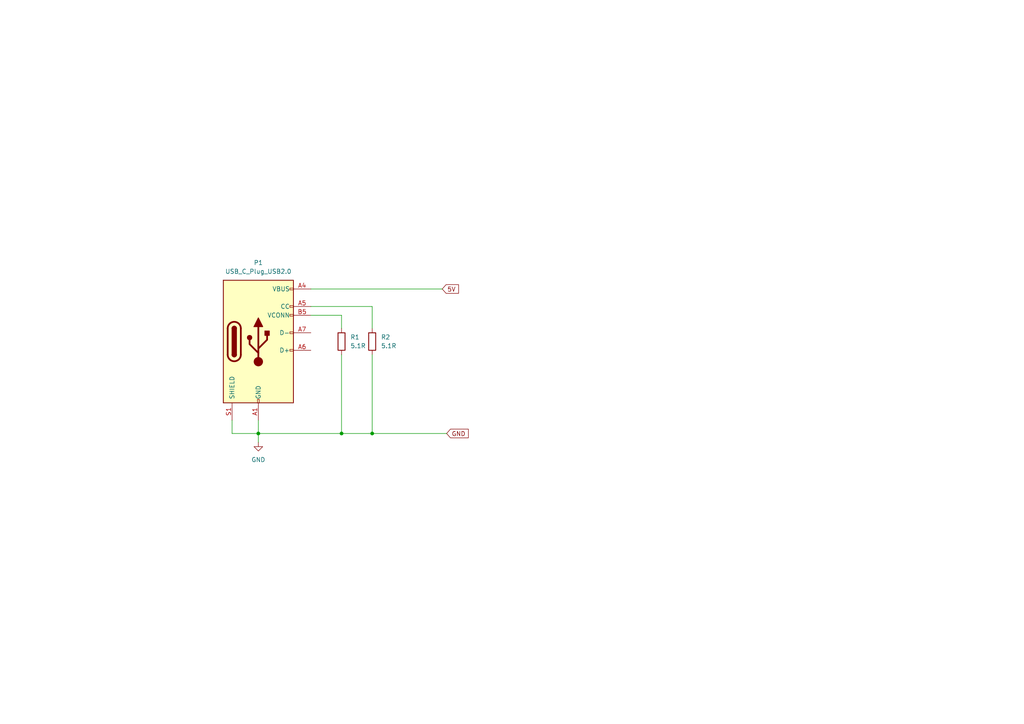
<source format=kicad_sch>
(kicad_sch (version 20231120) (generator "eeschema") (generator_version "8.0")
  (paper "A4")
  (title_block (date "2025-04-03") (rev "0.1") (company "Sounds Like Tim"))
  (lib_symbols
    (symbol "Connector:USB_C_Plug_USB2.0" (pin_names (offset 1.016))
      (property "Reference" "P" (at -10.16 19.05 0))
      (property "Value" "USB_C_Plug_USB2.0" (at 12.7 19.05 0))
      (symbol "USB_C_Plug_USB2.0_0_0"
        (rectangle (start -0.254 -17.78) (end 0.254 -16.764))
        (rectangle (start 10.16 -2.286) (end 9.144 -2.794))
        (rectangle (start 10.16 2.794) (end 9.144 2.286))
        (rectangle (start 10.16 7.874) (end 9.144 7.366))
        (rectangle (start 10.16 10.414) (end 9.144 9.906))
        (rectangle (start 10.16 15.494) (end 9.144 14.986))
      )
      (symbol "USB_C_Plug_USB2.0_0_1"
        (rectangle (start -10.16 17.78) (end 10.16 -17.78) (stroke (width 0.254)) (fill (type background)))
        (arc (start -8.89 -3.81) (mid -6.985 -5.7067) (end -5.08 -3.81) (stroke (width 0.508)))
        (arc (start -7.62 -3.81) (mid -6.985 -4.4423) (end -6.35 -3.81) (stroke (width 0.254)))
        (arc (start -7.62 -3.81) (mid -6.985 -4.4423) (end -6.35 -3.81) (stroke (width 0.254)) (fill (type outline)))
        (rectangle (start -7.62 -3.81) (end -6.35 3.81) (stroke (width 0.254)) (fill (type outline)))
        (arc (start -6.35 3.81) (mid -6.985 4.4423) (end -7.62 3.81) (stroke (width 0.254)))
        (arc (start -6.35 3.81) (mid -6.985 4.4423) (end -7.62 3.81) (stroke (width 0.254)) (fill (type outline)))
        (arc (start -5.08 3.81) (mid -6.985 5.7067) (end -8.89 3.81) (stroke (width 0.508)))
        (circle (center -2.54 1.143) (radius 0.635) (stroke (width 0.254)) (fill (type outline)))
        (circle (center 0 -5.842) (radius 1.27) (fill (type outline)))
        (polyline (pts (xy -8.89 -3.81) (xy -8.89 3.81)) (stroke (width 0.508)))
        (polyline (pts (xy -5.08 3.81) (xy -5.08 -3.81)) (stroke (width 0.508)))
        (polyline (pts (xy 0 -5.842) (xy 0 4.318)) (stroke (width 0.508)))
        (polyline (pts (xy 0 -3.302) (xy -2.54 -0.762) (xy -2.54 0.508)) (stroke (width 0.508)))
        (polyline (pts (xy 0 -2.032) (xy 2.54 0.508) (xy 2.54 1.778)) (stroke (width 0.508)))
        (polyline (pts (xy -1.27 4.318) (xy 0 6.858) (xy 1.27 4.318) (xy -1.27 4.318)) (stroke (width 0.254)) (fill (type outline)))
        (rectangle (start 1.905 1.778) (end 3.175 3.048) (stroke (width 0.254)) (fill (type outline)))
      )
      (symbol "USB_C_Plug_USB2.0_1_1"
        (pin passive line (at 0 -22.86 90) (length 5.08) (name "GND") (number "A1"))
        (pin passive line (at 0 -22.86 90) (length 5.08) hide (name "GND") (number "A12"))
        (pin passive line (at 15.24 15.24 180) (length 5.08) (name "VBUS") (number "A4"))
        (pin bidirectional line (at 15.24 10.16 180) (length 5.08) (name "CC") (number "A5"))
        (pin bidirectional line (at 15.24 -2.54 180) (length 5.08) (name "D+") (number "A6"))
        (pin bidirectional line (at 15.24 2.54 180) (length 5.08) (name "D-") (number "A7"))
        (pin passive line (at 15.24 15.24 180) (length 5.08) hide (name "VBUS") (number "A9"))
        (pin passive line (at 0 -22.86 90) (length 5.08) hide (name "GND") (number "B1"))
        (pin passive line (at 0 -22.86 90) (length 5.08) hide (name "GND") (number "B12"))
        (pin passive line (at 15.24 15.24 180) (length 5.08) hide (name "VBUS") (number "B4"))
        (pin bidirectional line (at 15.24 7.62 180) (length 5.08) (name "VCONN") (number "B5"))
        (pin passive line (at 15.24 15.24 180) (length 5.08) hide (name "VBUS") (number "B9"))
        (pin passive line (at -7.62 -22.86 90) (length 5.08) (name "SHIELD") (number "S1"))
      )
    )
    (symbol "Device:R" (pin_numbers hide) (pin_names (offset 0))
      (property "Reference" "R" (at 2.032 0 90))
      (property "Value" "R" (at 0 0 90))
      (symbol "R_0_1"
        (rectangle (start -1.016 -2.54) (end 1.016 2.54) (stroke (width 0.254)))
      )
      (symbol "R_1_1"
        (pin passive line (at 0 3.81 270) (length 1.27) (name "~") (number "1"))
        (pin passive line (at 0 -3.81 90) (length 1.27) (name "~") (number "2"))
      )
    )
    (symbol "power:GND" (power) (pin_numbers hide) (pin_names (offset 0) hide)
      (property "Value" "GND" (at 0 -3.81 0))
      (symbol "GND_0_1"
        (polyline (pts (xy 0 0) (xy 0 -1.27) (xy 1.27 -1.27) (xy 0 -2.54) (xy -1.27 -1.27) (xy 0 -1.27)))
      )
      (symbol "GND_1_1"
        (pin power_in line (at 0 0 270) (length 0) (name "~") (number "1"))
      )
    )
  )
  (junction (at 99.06 125.73))
  (junction (at 107.95 125.73))
  (junction (at 74.93 125.73))
  (wire (pts (xy 90.17 88.9) (xy 107.95 88.9)))
  (wire (pts (xy 74.93 121.92) (xy 74.93 125.73)))
  (wire (pts (xy 74.93 125.73) (xy 74.93 128.27)))
  (wire (pts (xy 90.17 83.82) (xy 128.27 83.82)))
  (wire (pts (xy 107.95 125.73) (xy 129.54 125.73)))
  (wire (pts (xy 107.95 95.25) (xy 107.95 88.9)))
  (wire (pts (xy 90.17 91.44) (xy 99.06 91.44)))
  (wire (pts (xy 99.06 102.87) (xy 99.06 125.73)))
  (wire (pts (xy 74.93 125.73) (xy 99.06 125.73)))
  (wire (pts (xy 67.31 121.92) (xy 67.31 125.73)))
  (wire (pts (xy 99.06 125.73) (xy 107.95 125.73)))
  (wire (pts (xy 99.06 91.44) (xy 99.06 95.25)))
  (wire (pts (xy 107.95 102.87) (xy 107.95 125.73)))
  (wire (pts (xy 67.31 125.73) (xy 74.93 125.73)))
  (global_label "5V" (shape input) (at 128.27 83.82 0) (property "Intersheetrefs" "${INTERSHEET_REFS}" (effects (hide yes))))
  (global_label "GND" (shape input) (at 129.54 125.73 0) (property "Intersheetrefs" "${INTERSHEET_REFS}" (effects (hide yes))))
  (symbol (lib_id "power:GND") (at 74.93 128.27 0) (unit 1)
    (property "Reference" "#PWR1" (effects (hide yes)))
    (property "Value" "GND" (at 74.93 133.35 0))
    (property "Description" "Power symbol creates a global label with name \"GND\" , ground" (effects (hide yes)))
  )
  (symbol (lib_id "Connector:USB_C_Plug_USB2.0") (at 74.93 99.06 0) (unit 1)
    (property "Reference" "P1" (at 74.93 76.2 0))
    (property "Value" "USB_C_Plug_USB2.0" (at 74.93 78.74 0))
    (property "Datasheet" "https://www.usb.org/sites/default/files/documents/usb_type-c.zip" (effects (hide yes)))
    (property "Description" "USB 2.0-only Type-C Plug connector" (effects (hide yes)))
  )
  (symbol (lib_id "Device:R") (at 107.95 99.06 0) (unit 1)
    (property "Reference" "R2" (at 110.49 97.7899 0) (effects (justify left)))
    (property "Value" "5.1R" (at 110.49 100.3299 0) (effects (justify left)))
    (property "Description" "Resistor" (effects (hide yes)))
  )
  (symbol (lib_id "Device:R") (at 99.06 99.06 0) (unit 1)
    (property "Reference" "R1" (at 101.6 97.7899 0) (effects (justify left)))
    (property "Value" "5.1R" (at 101.6 100.3299 0) (effects (justify left)))
    (property "Description" "Resistor" (effects (hide yes)))
  )
)
</source>
